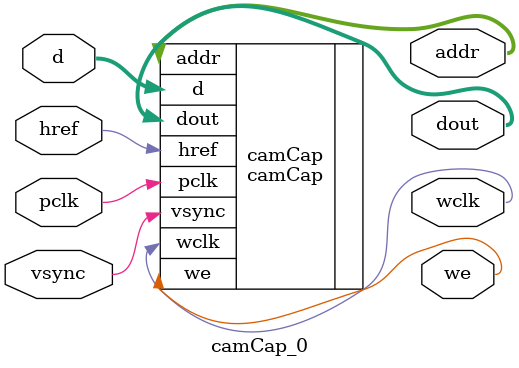
<source format=v>
module camCap_0 (
  pclk,
  vsync,
  href,
  d,
  addr,
  dout,
  we,
  wclk
);

input wire pclk;
input wire vsync;
input wire href;
input wire [7 : 0] d;
output wire [16 : 0] addr;
output wire [15 : 0] dout;
output wire we;
output wire wclk;

  camCap camCap (
    .pclk(pclk),
    .vsync(vsync),
    .href(href),
    .d(d),
    .addr(addr),
    .dout(dout),
    .we(we),
    .wclk(wclk)
  );
endmodule
</source>
